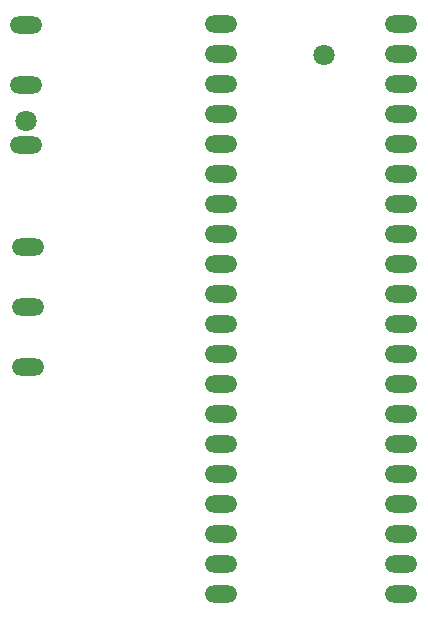
<source format=gbs>
G04 --- HEADER BEGIN --- *
%TF.GenerationSoftware,LibrePCB,LibrePCB,0.1.0*%
%TF.CreationDate,2018-07-25T23:47:17*%
%TF.ProjectId,desklift - other_routing,146e283d-8dba-42bd-9080-c603e88aa634,v1*%
%TF.Part,Single*%
%FSLAX66Y66*%
%MOMM*%
G01*
G74*
G04 --- HEADER END --- *
G04 --- APERTURE LIST BEGIN --- *
%ADD10O,2.74X1.47*%
%ADD11C,1.8*%
G04 --- APERTURE LIST END --- *
G04 --- BOARD BEGIN --- *
D10*
X43180000Y79851250D03*
X43180000Y69691250D03*
X43180000Y74771250D03*
X43338750Y61118750D03*
X43338750Y50958750D03*
X43338750Y56038750D03*
X74929888Y41909696D03*
X74929888Y67309696D03*
X74929888Y77469696D03*
X74929888Y72389696D03*
X59689888Y57149696D03*
X59689888Y72389696D03*
X74929888Y54609696D03*
X74929888Y34289696D03*
X74929888Y44449696D03*
X59689888Y80009696D03*
X59689888Y54609696D03*
X74929888Y62229696D03*
X59689888Y31749696D03*
X59689888Y62229696D03*
X74929888Y69849696D03*
X59689888Y52069696D03*
X74929888Y31749696D03*
X59689888Y77469696D03*
X74929888Y57149696D03*
X59689888Y59689696D03*
X59689888Y44449696D03*
X74929888Y39369696D03*
X74929888Y46989696D03*
X59689888Y36829696D03*
X74929888Y64769696D03*
X59689888Y67309696D03*
X74929888Y80009696D03*
X74929888Y49529696D03*
X74929888Y52069696D03*
X59689888Y74929696D03*
X59689888Y69849696D03*
X59689888Y64769696D03*
X74929888Y36829696D03*
X59689888Y41909696D03*
X59689888Y46989696D03*
X59689888Y39369696D03*
X74929888Y59689696D03*
X59689888Y34289696D03*
X59689888Y49529696D03*
X74929888Y74929696D03*
D11*
X68381560Y77311344D03*
X43180000Y71755000D03*
G04 --- BOARD END --- *
%TF.MD5,22f31df364905fdfb85b85860396e23b*%
M02*

</source>
